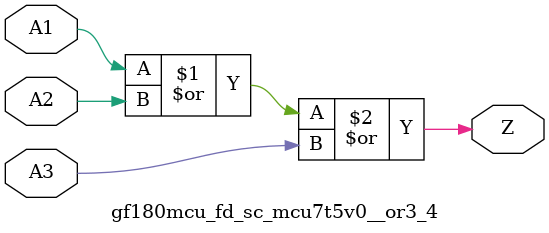
<source format=v>

module gf180mcu_fd_sc_mcu7t5v0__or3_4( A3, A2, A1, Z );
input A1, A2, A3;
output Z;

	or MGM_BG_0( Z, A1, A2, A3 );

endmodule

</source>
